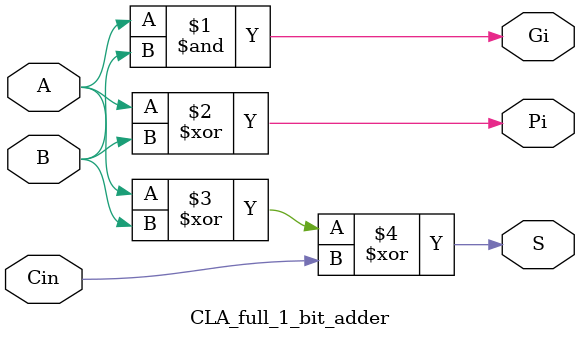
<source format=v>
/****************************************************************************************

	File name    : CLA_full_1_bit_adder
	LastEditors  : H
	LastEditTime : 2021-09-26 18:27:04
	Last Version : 1.0
	Description  : 
	
	----------------------------------------------------------------------------------------
	
	Author       : H
	Date         : 2021-09-26 18:27:03
	FilePath     : \MIPS_32_bit\CLA_full_1_bit_adder.v
	Copyright 2021 H, All Rights Reserved. 

****************************************************************************************/
`ifndef _CLA_full_1_bit_adder
`define _CLA_full_1_bit_adder

module CLA_full_1_bit_adder (
    input       A,
    input       B,
    input       Cin,
    output      Gi,
    output      Pi,
    output      S
);
    assign      Gi = A & B;
    assign      Pi = A ^ B;
    assign      S  = A ^ B ^ Cin;

`endif 
endmodule
</source>
